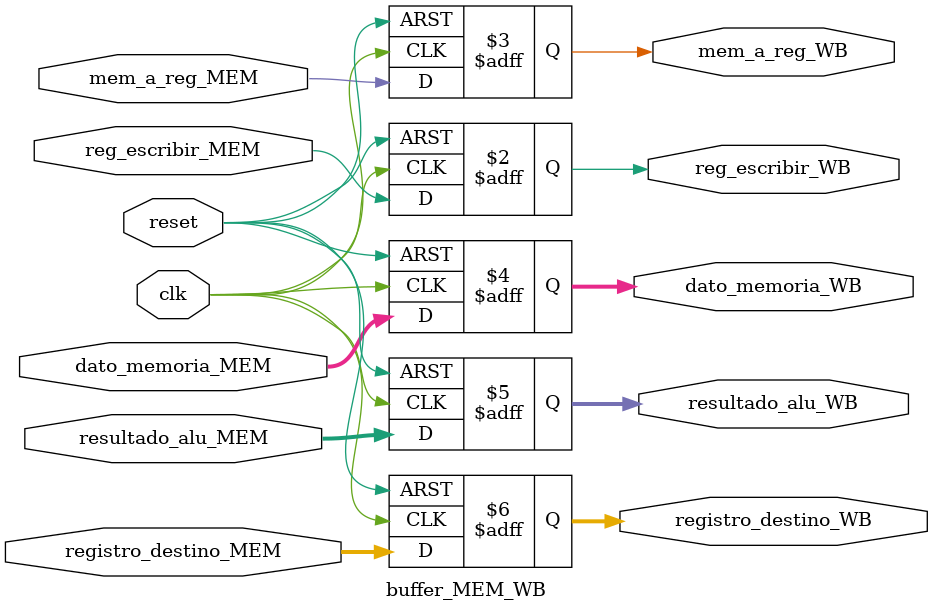
<source format=v>
`timescale 1ns/1ns
module buffer_MEM_WB (
    input clk,
    input reset,

    // Señales de control desde MEM
    input reg_escribir_MEM,
    input mem_a_reg_MEM,

    // Datos desde MEM
    input [31:0] dato_memoria_MEM,
    input [31:0] resultado_alu_MEM,
    input [4:0]  registro_destino_MEM,

    // Salidas hacia WB
    output reg reg_escribir_WB,
    output reg mem_a_reg_WB,

    output reg [31:0] dato_memoria_WB,
    output reg [31:0] resultado_alu_WB,
    output reg [4:0]  registro_destino_WB
);

always @(posedge clk or posedge reset) begin
    if (reset) begin
        // Control
        reg_escribir_WB      <= 0;
        mem_a_reg_WB         <= 0;

        // Datos
        dato_memoria_WB      <= 32'b0;
        resultado_alu_WB     <= 32'b0;
        registro_destino_WB  <= 5'b0;
    end 
    else begin
        // Control
        reg_escribir_WB      <= reg_escribir_MEM;
        mem_a_reg_WB         <= mem_a_reg_MEM;

        // Datos
        dato_memoria_WB      <= dato_memoria_MEM;
        resultado_alu_WB     <= resultado_alu_MEM;
        registro_destino_WB  <= registro_destino_MEM;
    end
end

endmodule


</source>
